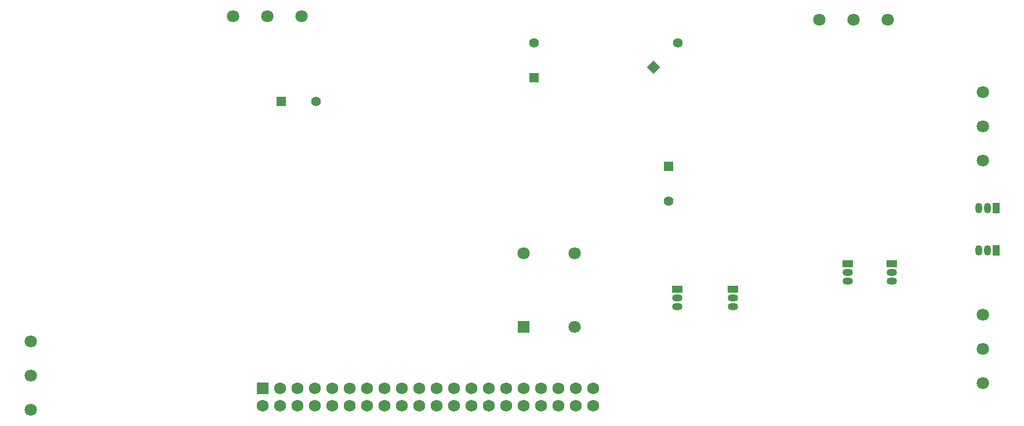
<source format=gbr>
%TF.GenerationSoftware,KiCad,Pcbnew,(6.0.10)*%
%TF.CreationDate,2023-12-09T12:58:45-08:00*%
%TF.ProjectId,windchargecontroller,77696e64-6368-4617-9267-65636f6e7472,rev?*%
%TF.SameCoordinates,Original*%
%TF.FileFunction,Soldermask,Bot*%
%TF.FilePolarity,Negative*%
%FSLAX46Y46*%
G04 Gerber Fmt 4.6, Leading zero omitted, Abs format (unit mm)*
G04 Created by KiCad (PCBNEW (6.0.10)) date 2023-12-09 12:58:45*
%MOMM*%
%LPD*%
G01*
G04 APERTURE LIST*
G04 Aperture macros list*
%AMRoundRect*
0 Rectangle with rounded corners*
0 $1 Rounding radius*
0 $2 $3 $4 $5 $6 $7 $8 $9 X,Y pos of 4 corners*
0 Add a 4 corners polygon primitive as box body*
4,1,4,$2,$3,$4,$5,$6,$7,$8,$9,$2,$3,0*
0 Add four circle primitives for the rounded corners*
1,1,$1+$1,$2,$3*
1,1,$1+$1,$4,$5*
1,1,$1+$1,$6,$7*
1,1,$1+$1,$8,$9*
0 Add four rect primitives between the rounded corners*
20,1,$1+$1,$2,$3,$4,$5,0*
20,1,$1+$1,$4,$5,$6,$7,0*
20,1,$1+$1,$6,$7,$8,$9,0*
20,1,$1+$1,$8,$9,$2,$3,0*%
%AMRotRect*
0 Rectangle, with rotation*
0 The origin of the aperture is its center*
0 $1 length*
0 $2 width*
0 $3 Rotation angle, in degrees counterclockwise*
0 Add horizontal line*
21,1,$1,$2,0,0,$3*%
G04 Aperture macros list end*
%ADD10R,1.422400X1.422400*%
%ADD11C,1.422400*%
%ADD12R,1.050000X1.500000*%
%ADD13O,1.050000X1.500000*%
%ADD14C,1.803400*%
%ADD15R,1.500000X1.050000*%
%ADD16O,1.500000X1.050000*%
%ADD17RotRect,1.422400X1.422400X45.000000*%
%ADD18RoundRect,0.102000X0.765000X0.765000X-0.765000X0.765000X-0.765000X-0.765000X0.765000X-0.765000X0*%
%ADD19C,1.734000*%
%ADD20R,1.803400X1.803400*%
G04 APERTURE END LIST*
D10*
%TO.C,C15*%
X153670000Y-48082200D03*
D11*
X153670000Y-43002200D03*
%TD*%
D12*
%TO.C,Q10*%
X221132400Y-67153200D03*
D13*
X219862400Y-67153200D03*
X218592400Y-67153200D03*
%TD*%
D10*
%TO.C,C2*%
X116713000Y-51562000D03*
D11*
X121793000Y-51562000D03*
%TD*%
D14*
%TO.C,J4*%
X219201999Y-50206899D03*
X219201999Y-55206899D03*
X219201999Y-60206899D03*
%TD*%
D15*
%TO.C,Q4*%
X182727600Y-79044800D03*
D16*
X182727600Y-80314800D03*
X182727600Y-81584800D03*
%TD*%
D15*
%TO.C,Q7*%
X205901200Y-75298613D03*
D16*
X205901200Y-76568613D03*
X205901200Y-77838613D03*
%TD*%
D14*
%TO.C,J5*%
X119719101Y-39115999D03*
X114719101Y-39115999D03*
X109719101Y-39115999D03*
%TD*%
D12*
%TO.C,Q9*%
X221132400Y-73355200D03*
D13*
X219862400Y-73355200D03*
X218592400Y-73355200D03*
%TD*%
D15*
%TO.C,Q5*%
X174599600Y-79044800D03*
D16*
X174599600Y-80314800D03*
X174599600Y-81584800D03*
%TD*%
D15*
%TO.C,Q8*%
X199445200Y-75284000D03*
D16*
X199445200Y-76554000D03*
X199445200Y-77824000D03*
%TD*%
D14*
%TO.C,J6*%
X205317101Y-39623999D03*
X200317101Y-39623999D03*
X195317101Y-39623999D03*
%TD*%
%TO.C,J1*%
X80137001Y-96605101D03*
X80137001Y-91605101D03*
X80137001Y-86605101D03*
%TD*%
D10*
%TO.C,C14*%
X173278800Y-61036200D03*
D11*
X173278800Y-66116200D03*
%TD*%
D17*
%TO.C,C16*%
X171094400Y-46583600D03*
D11*
X174686502Y-42991498D03*
%TD*%
D14*
%TO.C,J3*%
X219201999Y-82718899D03*
X219201999Y-87718899D03*
X219201999Y-92718899D03*
%TD*%
D18*
%TO.C,J2*%
X114046000Y-93472000D03*
D19*
X114046000Y-96012000D03*
X116586000Y-93472000D03*
X116586000Y-96012000D03*
X119126000Y-93472000D03*
X119126000Y-96012000D03*
X121666000Y-93472000D03*
X121666000Y-96012000D03*
X124206000Y-93472000D03*
X124206000Y-96012000D03*
X126746000Y-93472000D03*
X126746000Y-96012000D03*
X129286000Y-93472000D03*
X129286000Y-96012000D03*
X131826000Y-93472000D03*
X131826000Y-96012000D03*
X134366000Y-93472000D03*
X134366000Y-96012000D03*
X136906000Y-93472000D03*
X136906000Y-96012000D03*
X139446000Y-93472000D03*
X139446000Y-96012000D03*
X141986000Y-93472000D03*
X141986000Y-96012000D03*
X144526000Y-93472000D03*
X144526000Y-96012000D03*
X147066000Y-93472000D03*
X147066000Y-96012000D03*
X149606000Y-93472000D03*
X149606000Y-96012000D03*
X152146000Y-93472000D03*
X152146000Y-96012000D03*
X154686000Y-93472000D03*
X154686000Y-96012000D03*
X157226000Y-93472000D03*
X157226000Y-96012000D03*
X159766000Y-93472000D03*
X159766000Y-96012000D03*
X162306000Y-93472000D03*
X162306000Y-96012000D03*
%TD*%
D20*
%TO.C,FL1*%
X152104400Y-84496401D03*
D14*
X159604400Y-84496401D03*
X159604400Y-73796400D03*
X152104400Y-73796400D03*
%TD*%
M02*

</source>
